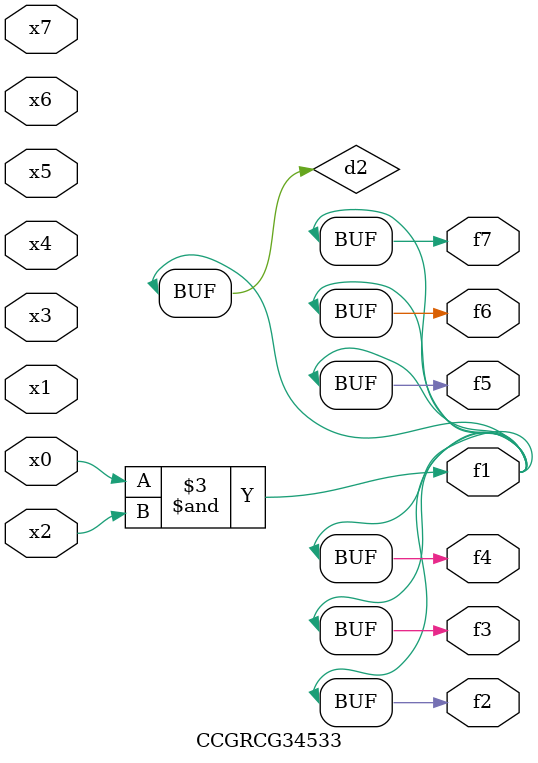
<source format=v>
module CCGRCG34533(
	input x0, x1, x2, x3, x4, x5, x6, x7,
	output f1, f2, f3, f4, f5, f6, f7
);

	wire d1, d2;

	nor (d1, x3, x6);
	and (d2, x0, x2);
	assign f1 = d2;
	assign f2 = d2;
	assign f3 = d2;
	assign f4 = d2;
	assign f5 = d2;
	assign f6 = d2;
	assign f7 = d2;
endmodule

</source>
